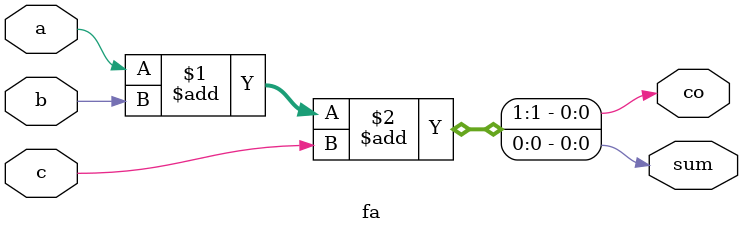
<source format=v>
module fa (input a , input b , input c, output co , output sum);
	assign {co,sum}  = a + b + c ;
endmodule

</source>
